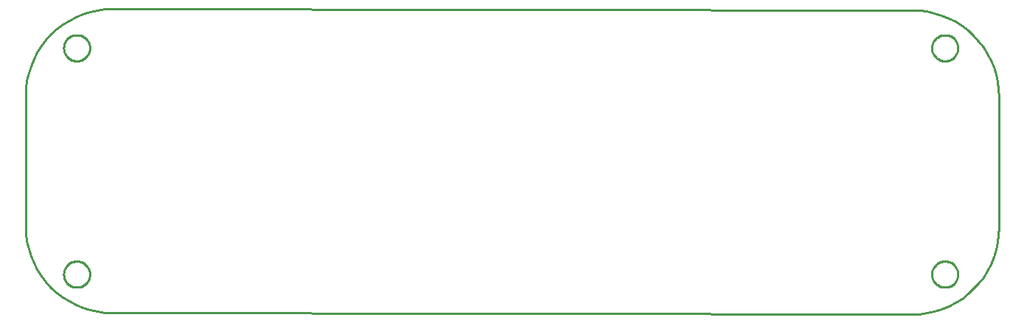
<source format=gbr>
G04 EAGLE Gerber RS-274X export*
G75*
%MOMM*%
%FSLAX34Y34*%
%LPD*%
%IN*%
%IPPOS*%
%AMOC8*
5,1,8,0,0,1.08239X$1,22.5*%
G01*
%ADD10C,0.254000*%


D10*
X0Y100000D02*
X381Y91284D01*
X1519Y82635D01*
X3407Y74118D01*
X6031Y65798D01*
X9369Y57738D01*
X13397Y50000D01*
X18085Y42642D01*
X23396Y35721D01*
X29289Y29289D01*
X35721Y23396D01*
X42642Y18085D01*
X50000Y13397D01*
X57738Y9369D01*
X65798Y6031D01*
X74118Y3407D01*
X82635Y1519D01*
X91284Y381D01*
X100000Y0D01*
X1018706Y-1524D01*
X1027422Y-1143D01*
X1036071Y-5D01*
X1044588Y1883D01*
X1052908Y4507D01*
X1060968Y7845D01*
X1068706Y11873D01*
X1076064Y16561D01*
X1082985Y21872D01*
X1089417Y27765D01*
X1095310Y34197D01*
X1100621Y41118D01*
X1105309Y48476D01*
X1109337Y56214D01*
X1112675Y64274D01*
X1115299Y72594D01*
X1117187Y81111D01*
X1118325Y89760D01*
X1118706Y98476D01*
X1118706Y248476D01*
X1118325Y257192D01*
X1117187Y265841D01*
X1115299Y274358D01*
X1112675Y282678D01*
X1109337Y290738D01*
X1105309Y298476D01*
X1100621Y305834D01*
X1095310Y312755D01*
X1089417Y319187D01*
X1082985Y325080D01*
X1076064Y330391D01*
X1068706Y335079D01*
X1060968Y339107D01*
X1052908Y342445D01*
X1044588Y345069D01*
X1036071Y346957D01*
X1027422Y348095D01*
X1018706Y348476D01*
X100000Y350000D01*
X91284Y349619D01*
X82635Y348481D01*
X74118Y346593D01*
X65798Y343969D01*
X57738Y340631D01*
X50000Y336603D01*
X42642Y331915D01*
X35721Y326604D01*
X29289Y320711D01*
X23396Y314279D01*
X18085Y307358D01*
X13397Y300000D01*
X9369Y292262D01*
X6031Y284202D01*
X3407Y275882D01*
X1519Y267365D01*
X381Y258716D01*
X0Y250000D01*
X0Y100000D01*
X1071640Y43914D02*
X1071564Y42846D01*
X1071411Y41785D01*
X1071183Y40738D01*
X1070881Y39710D01*
X1070507Y38706D01*
X1070062Y37731D01*
X1069548Y36791D01*
X1068969Y35890D01*
X1068327Y35032D01*
X1067625Y34222D01*
X1066868Y33465D01*
X1066058Y32763D01*
X1065200Y32121D01*
X1064299Y31542D01*
X1063359Y31028D01*
X1062384Y30583D01*
X1061380Y30209D01*
X1060352Y29907D01*
X1059305Y29679D01*
X1058244Y29526D01*
X1057176Y29450D01*
X1056104Y29450D01*
X1055036Y29526D01*
X1053975Y29679D01*
X1052928Y29907D01*
X1051900Y30209D01*
X1050896Y30583D01*
X1049921Y31028D01*
X1048981Y31542D01*
X1048080Y32121D01*
X1047222Y32763D01*
X1046412Y33465D01*
X1045655Y34222D01*
X1044953Y35032D01*
X1044311Y35890D01*
X1043732Y36791D01*
X1043218Y37731D01*
X1042773Y38706D01*
X1042399Y39710D01*
X1042097Y40738D01*
X1041869Y41785D01*
X1041716Y42846D01*
X1041640Y43914D01*
X1041640Y44986D01*
X1041716Y46054D01*
X1041869Y47115D01*
X1042097Y48162D01*
X1042399Y49190D01*
X1042773Y50194D01*
X1043218Y51169D01*
X1043732Y52109D01*
X1044311Y53010D01*
X1044953Y53868D01*
X1045655Y54678D01*
X1046412Y55435D01*
X1047222Y56137D01*
X1048080Y56779D01*
X1048981Y57358D01*
X1049921Y57872D01*
X1050896Y58317D01*
X1051900Y58691D01*
X1052928Y58993D01*
X1053975Y59221D01*
X1055036Y59374D01*
X1056104Y59450D01*
X1057176Y59450D01*
X1058244Y59374D01*
X1059305Y59221D01*
X1060352Y58993D01*
X1061380Y58691D01*
X1062384Y58317D01*
X1063359Y57872D01*
X1064299Y57358D01*
X1065200Y56779D01*
X1066058Y56137D01*
X1066868Y55435D01*
X1067625Y54678D01*
X1068327Y53868D01*
X1068969Y53010D01*
X1069548Y52109D01*
X1070062Y51169D01*
X1070507Y50194D01*
X1070881Y49190D01*
X1071183Y48162D01*
X1071411Y47115D01*
X1071564Y46054D01*
X1071640Y44986D01*
X1071640Y43914D01*
X1071640Y304264D02*
X1071564Y303196D01*
X1071411Y302135D01*
X1071183Y301088D01*
X1070881Y300060D01*
X1070507Y299056D01*
X1070062Y298081D01*
X1069548Y297141D01*
X1068969Y296240D01*
X1068327Y295382D01*
X1067625Y294572D01*
X1066868Y293815D01*
X1066058Y293113D01*
X1065200Y292471D01*
X1064299Y291892D01*
X1063359Y291378D01*
X1062384Y290933D01*
X1061380Y290559D01*
X1060352Y290257D01*
X1059305Y290029D01*
X1058244Y289876D01*
X1057176Y289800D01*
X1056104Y289800D01*
X1055036Y289876D01*
X1053975Y290029D01*
X1052928Y290257D01*
X1051900Y290559D01*
X1050896Y290933D01*
X1049921Y291378D01*
X1048981Y291892D01*
X1048080Y292471D01*
X1047222Y293113D01*
X1046412Y293815D01*
X1045655Y294572D01*
X1044953Y295382D01*
X1044311Y296240D01*
X1043732Y297141D01*
X1043218Y298081D01*
X1042773Y299056D01*
X1042399Y300060D01*
X1042097Y301088D01*
X1041869Y302135D01*
X1041716Y303196D01*
X1041640Y304264D01*
X1041640Y305336D01*
X1041716Y306404D01*
X1041869Y307465D01*
X1042097Y308512D01*
X1042399Y309540D01*
X1042773Y310544D01*
X1043218Y311519D01*
X1043732Y312459D01*
X1044311Y313360D01*
X1044953Y314218D01*
X1045655Y315028D01*
X1046412Y315785D01*
X1047222Y316487D01*
X1048080Y317129D01*
X1048981Y317708D01*
X1049921Y318222D01*
X1050896Y318667D01*
X1051900Y319041D01*
X1052928Y319343D01*
X1053975Y319571D01*
X1055036Y319724D01*
X1056104Y319800D01*
X1057176Y319800D01*
X1058244Y319724D01*
X1059305Y319571D01*
X1060352Y319343D01*
X1061380Y319041D01*
X1062384Y318667D01*
X1063359Y318222D01*
X1064299Y317708D01*
X1065200Y317129D01*
X1066058Y316487D01*
X1066868Y315785D01*
X1067625Y315028D01*
X1068327Y314218D01*
X1068969Y313360D01*
X1069548Y312459D01*
X1070062Y311519D01*
X1070507Y310544D01*
X1070881Y309540D01*
X1071183Y308512D01*
X1071411Y307465D01*
X1071564Y306404D01*
X1071640Y305336D01*
X1071640Y304264D01*
X73928Y304264D02*
X73852Y303196D01*
X73699Y302135D01*
X73471Y301088D01*
X73169Y300060D01*
X72795Y299056D01*
X72350Y298081D01*
X71836Y297141D01*
X71257Y296240D01*
X70615Y295382D01*
X69913Y294572D01*
X69156Y293815D01*
X68346Y293113D01*
X67488Y292471D01*
X66587Y291892D01*
X65647Y291378D01*
X64672Y290933D01*
X63668Y290559D01*
X62640Y290257D01*
X61593Y290029D01*
X60532Y289876D01*
X59464Y289800D01*
X58392Y289800D01*
X57324Y289876D01*
X56263Y290029D01*
X55216Y290257D01*
X54188Y290559D01*
X53184Y290933D01*
X52209Y291378D01*
X51269Y291892D01*
X50368Y292471D01*
X49510Y293113D01*
X48700Y293815D01*
X47943Y294572D01*
X47241Y295382D01*
X46599Y296240D01*
X46020Y297141D01*
X45506Y298081D01*
X45061Y299056D01*
X44687Y300060D01*
X44385Y301088D01*
X44157Y302135D01*
X44004Y303196D01*
X43928Y304264D01*
X43928Y305336D01*
X44004Y306404D01*
X44157Y307465D01*
X44385Y308512D01*
X44687Y309540D01*
X45061Y310544D01*
X45506Y311519D01*
X46020Y312459D01*
X46599Y313360D01*
X47241Y314218D01*
X47943Y315028D01*
X48700Y315785D01*
X49510Y316487D01*
X50368Y317129D01*
X51269Y317708D01*
X52209Y318222D01*
X53184Y318667D01*
X54188Y319041D01*
X55216Y319343D01*
X56263Y319571D01*
X57324Y319724D01*
X58392Y319800D01*
X59464Y319800D01*
X60532Y319724D01*
X61593Y319571D01*
X62640Y319343D01*
X63668Y319041D01*
X64672Y318667D01*
X65647Y318222D01*
X66587Y317708D01*
X67488Y317129D01*
X68346Y316487D01*
X69156Y315785D01*
X69913Y315028D01*
X70615Y314218D01*
X71257Y313360D01*
X71836Y312459D01*
X72350Y311519D01*
X72795Y310544D01*
X73169Y309540D01*
X73471Y308512D01*
X73699Y307465D01*
X73852Y306404D01*
X73928Y305336D01*
X73928Y304264D01*
X73928Y43914D02*
X73852Y42846D01*
X73699Y41785D01*
X73471Y40738D01*
X73169Y39710D01*
X72795Y38706D01*
X72350Y37731D01*
X71836Y36791D01*
X71257Y35890D01*
X70615Y35032D01*
X69913Y34222D01*
X69156Y33465D01*
X68346Y32763D01*
X67488Y32121D01*
X66587Y31542D01*
X65647Y31028D01*
X64672Y30583D01*
X63668Y30209D01*
X62640Y29907D01*
X61593Y29679D01*
X60532Y29526D01*
X59464Y29450D01*
X58392Y29450D01*
X57324Y29526D01*
X56263Y29679D01*
X55216Y29907D01*
X54188Y30209D01*
X53184Y30583D01*
X52209Y31028D01*
X51269Y31542D01*
X50368Y32121D01*
X49510Y32763D01*
X48700Y33465D01*
X47943Y34222D01*
X47241Y35032D01*
X46599Y35890D01*
X46020Y36791D01*
X45506Y37731D01*
X45061Y38706D01*
X44687Y39710D01*
X44385Y40738D01*
X44157Y41785D01*
X44004Y42846D01*
X43928Y43914D01*
X43928Y44986D01*
X44004Y46054D01*
X44157Y47115D01*
X44385Y48162D01*
X44687Y49190D01*
X45061Y50194D01*
X45506Y51169D01*
X46020Y52109D01*
X46599Y53010D01*
X47241Y53868D01*
X47943Y54678D01*
X48700Y55435D01*
X49510Y56137D01*
X50368Y56779D01*
X51269Y57358D01*
X52209Y57872D01*
X53184Y58317D01*
X54188Y58691D01*
X55216Y58993D01*
X56263Y59221D01*
X57324Y59374D01*
X58392Y59450D01*
X59464Y59450D01*
X60532Y59374D01*
X61593Y59221D01*
X62640Y58993D01*
X63668Y58691D01*
X64672Y58317D01*
X65647Y57872D01*
X66587Y57358D01*
X67488Y56779D01*
X68346Y56137D01*
X69156Y55435D01*
X69913Y54678D01*
X70615Y53868D01*
X71257Y53010D01*
X71836Y52109D01*
X72350Y51169D01*
X72795Y50194D01*
X73169Y49190D01*
X73471Y48162D01*
X73699Y47115D01*
X73852Y46054D01*
X73928Y44986D01*
X73928Y43914D01*
M02*

</source>
